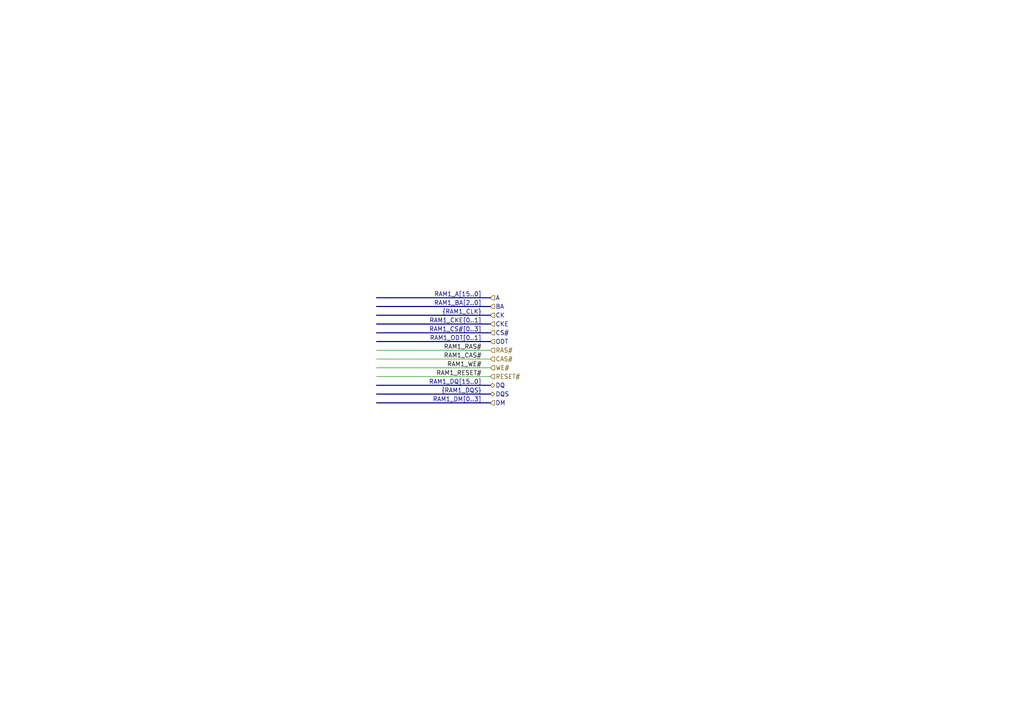
<source format=kicad_sch>
(kicad_sch
	(version 20250114)
	(generator "eeschema")
	(generator_version "9.0")
	(uuid "7c7a29c4-5c91-4536-9f90-edabdefc9e66")
	(paper "A4")
	(title_block
		(date "2026-01-14")
		(rev "1.0.0")
		(company "TickLab")
		(comment 1 "VESA-SBC3399")
	)
	(lib_symbols)
	(bus
		(pts
			(xy 109.22 96.52) (xy 142.24 96.52)
		)
		(stroke
			(width 0)
			(type default)
		)
		(uuid "14170d40-f862-4bac-8943-28b63586e8b9")
	)
	(wire
		(pts
			(xy 109.22 109.22) (xy 142.24 109.22)
		)
		(stroke
			(width 0)
			(type default)
		)
		(uuid "152d998d-385b-428a-9352-dd89e027d3f9")
	)
	(bus
		(pts
			(xy 109.22 111.76) (xy 142.24 111.76)
		)
		(stroke
			(width 0)
			(type default)
		)
		(uuid "391d64b5-b991-4be9-9936-85f0cb4bea68")
	)
	(wire
		(pts
			(xy 109.22 104.14) (xy 142.24 104.14)
		)
		(stroke
			(width 0)
			(type default)
		)
		(uuid "40dc584c-8acd-4744-84b5-50100f805719")
	)
	(bus
		(pts
			(xy 109.22 99.06) (xy 142.24 99.06)
		)
		(stroke
			(width 0)
			(type default)
		)
		(uuid "53310a44-7483-4e56-91d7-2e7d3a632c2b")
	)
	(wire
		(pts
			(xy 109.22 106.68) (xy 142.24 106.68)
		)
		(stroke
			(width 0)
			(type default)
		)
		(uuid "6dbe6acf-9473-4de3-b687-6212313ecb63")
	)
	(wire
		(pts
			(xy 109.22 101.6) (xy 142.24 101.6)
		)
		(stroke
			(width 0)
			(type default)
		)
		(uuid "72352fb1-5fa1-43e9-a0c2-f26d268a8023")
	)
	(bus
		(pts
			(xy 109.22 86.36) (xy 142.24 86.36)
		)
		(stroke
			(width 0)
			(type default)
		)
		(uuid "7f7f689b-3355-4115-8d1a-0295df81603d")
	)
	(bus
		(pts
			(xy 109.22 114.3) (xy 142.24 114.3)
		)
		(stroke
			(width 0)
			(type default)
		)
		(uuid "86319cb2-7d3a-4f14-b013-d89e721b8b0b")
	)
	(bus
		(pts
			(xy 109.22 88.9) (xy 142.24 88.9)
		)
		(stroke
			(width 0)
			(type default)
		)
		(uuid "87d6b92e-ef71-4ace-bb8a-dce93e08a12a")
	)
	(bus
		(pts
			(xy 109.22 93.98) (xy 142.24 93.98)
		)
		(stroke
			(width 0)
			(type default)
		)
		(uuid "a1e50581-3640-4db5-ab03-ba8616ced804")
	)
	(bus
		(pts
			(xy 109.22 91.44) (xy 142.24 91.44)
		)
		(stroke
			(width 0)
			(type default)
		)
		(uuid "a4afff44-70d7-413d-ac39-17a1f5a104f7")
	)
	(bus
		(pts
			(xy 109.22 116.84) (xy 142.24 116.84)
		)
		(stroke
			(width 0)
			(type default)
		)
		(uuid "b7a659a0-0eae-42b2-87cc-74598f57703f")
	)
	(label "RAM1_ODT[0..1]"
		(at 139.7 99.06 180)
		(effects
			(font
				(size 1.27 1.27)
			)
			(justify right bottom)
		)
		(uuid "2bf2a7fc-2118-4b93-b803-696efa7864b9")
	)
	(label "RAM1_WE#"
		(at 139.7 106.68 180)
		(effects
			(font
				(size 1.27 1.27)
			)
			(justify right bottom)
		)
		(uuid "4c67abb4-7c75-4c3a-a41b-f13104a27ef9")
	)
	(label "RAM1_RAS#"
		(at 139.7 101.6 180)
		(effects
			(font
				(size 1.27 1.27)
			)
			(justify right bottom)
		)
		(uuid "65c38a8c-2f38-4333-8642-01bed9ff387d")
	)
	(label "RAM1_RESET#"
		(at 139.7 109.22 180)
		(effects
			(font
				(size 1.27 1.27)
			)
			(justify right bottom)
		)
		(uuid "67e5b038-7779-4149-992c-5740ffa496bc")
	)
	(label "RAM1_A[15..0]"
		(at 139.7 86.36 180)
		(effects
			(font
				(size 1.27 1.27)
			)
			(justify right bottom)
		)
		(uuid "98b0a9b2-e2d7-4dbe-8e27-0bd6b2ec99d5")
	)
	(label "RAM1_CKE[0..1]"
		(at 139.7 93.98 180)
		(effects
			(font
				(size 1.27 1.27)
			)
			(justify right bottom)
		)
		(uuid "9a29f09f-16eb-461e-acc8-b7174e7a35a7")
	)
	(label "RAM1_CS#[0..3]"
		(at 139.7 96.52 180)
		(effects
			(font
				(size 1.27 1.27)
			)
			(justify right bottom)
		)
		(uuid "9c23ae40-7789-4059-9bfd-e87205d09c2e")
	)
	(label "RAM1_DQ[15..0]"
		(at 139.7 111.76 180)
		(effects
			(font
				(size 1.27 1.27)
			)
			(justify right bottom)
		)
		(uuid "a6b9bc5b-7105-4c04-a8c1-a0245f54dc49")
	)
	(label "RAM1_DM[0..3]"
		(at 139.7 116.84 180)
		(effects
			(font
				(size 1.27 1.27)
			)
			(justify right bottom)
		)
		(uuid "ab4c8034-50fa-4234-8e86-116676606d97")
	)
	(label "{RAM1_DQS}"
		(at 139.7 114.3 180)
		(effects
			(font
				(size 1.27 1.27)
			)
			(justify right bottom)
		)
		(uuid "c1c3c000-5cc0-4dcb-bb05-d2ff25c9f887")
	)
	(label "RAM1_BA[2..0]"
		(at 139.7 88.9 180)
		(effects
			(font
				(size 1.27 1.27)
			)
			(justify right bottom)
		)
		(uuid "e2b16c93-a7f3-496c-a304-c70de32f57e6")
	)
	(label "RAM1_CAS#"
		(at 139.7 104.14 180)
		(effects
			(font
				(size 1.27 1.27)
			)
			(justify right bottom)
		)
		(uuid "e62fdb72-586c-47fb-85dd-ae8906bd5a2e")
	)
	(label "{RAM1_CLK}"
		(at 139.7 91.44 180)
		(effects
			(font
				(size 1.27 1.27)
			)
			(justify right bottom)
		)
		(uuid "fa760edc-c257-4c4d-8bc1-fabf18ac6e73")
	)
	(hierarchical_label "RESET#"
		(shape input)
		(at 142.24 109.22 0)
		(effects
			(font
				(size 1.27 1.27)
			)
			(justify left)
		)
		(uuid "0175740b-95ca-43b9-90c8-7c33f572d34c")
	)
	(hierarchical_label "A"
		(shape input)
		(at 142.24 86.36 0)
		(effects
			(font
				(size 1.27 1.27)
			)
			(justify left)
		)
		(uuid "15650f41-4c7c-425b-84a2-ff14772a93fe")
	)
	(hierarchical_label "BA"
		(shape input)
		(at 142.24 88.9 0)
		(effects
			(font
				(size 1.27 1.27)
			)
			(justify left)
		)
		(uuid "233f6c07-502e-4e47-b4ba-d81a3f019aec")
	)
	(hierarchical_label "CAS#"
		(shape input)
		(at 142.24 104.14 0)
		(effects
			(font
				(size 1.27 1.27)
			)
			(justify left)
		)
		(uuid "31ffe046-c71f-4122-89cd-c309087ea21a")
	)
	(hierarchical_label "DQS"
		(shape bidirectional)
		(at 142.24 114.3 0)
		(effects
			(font
				(size 1.27 1.27)
			)
			(justify left)
		)
		(uuid "3e3e110e-0369-4689-8f89-caa3e208d720")
	)
	(hierarchical_label "CS#"
		(shape input)
		(at 142.24 96.52 0)
		(effects
			(font
				(size 1.27 1.27)
			)
			(justify left)
		)
		(uuid "4a6cdc62-a934-4292-9a1e-12f77a4efbf8")
	)
	(hierarchical_label "RAS#"
		(shape input)
		(at 142.24 101.6 0)
		(effects
			(font
				(size 1.27 1.27)
			)
			(justify left)
		)
		(uuid "56354502-8a12-4e72-83c0-7407361b6741")
	)
	(hierarchical_label "WE#"
		(shape input)
		(at 142.24 106.68 0)
		(effects
			(font
				(size 1.27 1.27)
			)
			(justify left)
		)
		(uuid "5abac413-4423-45bc-9b2c-51ed8f627780")
	)
	(hierarchical_label "CKE"
		(shape input)
		(at 142.24 93.98 0)
		(effects
			(font
				(size 1.27 1.27)
			)
			(justify left)
		)
		(uuid "6cf0936d-8bfc-4b27-ab49-84a95e862f9d")
	)
	(hierarchical_label "DQ"
		(shape bidirectional)
		(at 142.24 111.76 0)
		(effects
			(font
				(size 1.27 1.27)
			)
			(justify left)
		)
		(uuid "77788edd-4960-4bec-82d6-b07b7e396932")
	)
	(hierarchical_label "DM"
		(shape input)
		(at 142.24 116.84 0)
		(effects
			(font
				(size 1.27 1.27)
			)
			(justify left)
		)
		(uuid "7d2c7ecd-1add-45be-8479-26592962cdd6")
	)
	(hierarchical_label "ODT"
		(shape input)
		(at 142.24 99.06 0)
		(effects
			(font
				(size 1.27 1.27)
			)
			(justify left)
		)
		(uuid "a1225018-6856-4b67-a095-b1d40e905669")
	)
	(hierarchical_label "CK"
		(shape input)
		(at 142.24 91.44 0)
		(effects
			(font
				(size 1.27 1.27)
			)
			(justify left)
		)
		(uuid "ab7f4442-16d5-4c36-9d97-f6a03faf3ee8")
	)
)

</source>
